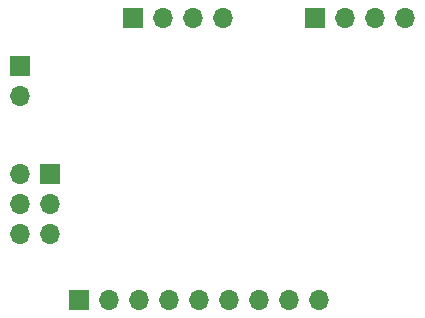
<source format=gbr>
%TF.GenerationSoftware,KiCad,Pcbnew,(6.0.1)*%
%TF.CreationDate,2022-06-05T18:07:15-04:00*%
%TF.ProjectId,PCB Design,50434220-4465-4736-9967-6e2e6b696361,v1*%
%TF.SameCoordinates,Original*%
%TF.FileFunction,Soldermask,Bot*%
%TF.FilePolarity,Negative*%
%FSLAX46Y46*%
G04 Gerber Fmt 4.6, Leading zero omitted, Abs format (unit mm)*
G04 Created by KiCad (PCBNEW (6.0.1)) date 2022-06-05 18:07:15*
%MOMM*%
%LPD*%
G01*
G04 APERTURE LIST*
%ADD10R,1.700000X1.700000*%
%ADD11O,1.700000X1.700000*%
G04 APERTURE END LIST*
D10*
%TO.C,J1*%
X83370000Y-103750000D03*
D11*
X85910000Y-103750000D03*
X88450000Y-103750000D03*
X90990000Y-103750000D03*
%TD*%
D10*
%TO.C,J4*%
X76386900Y-116950000D03*
D11*
X73846900Y-116950000D03*
X76386900Y-119490000D03*
X73846900Y-119490000D03*
X76386900Y-122030000D03*
X73846900Y-122030000D03*
%TD*%
D10*
%TO.C,BT1*%
X73846900Y-107825000D03*
D11*
X73846900Y-110365000D03*
%TD*%
D10*
%TO.C,J2*%
X78850000Y-127650000D03*
D11*
X81390000Y-127650000D03*
X83930000Y-127650000D03*
X86470000Y-127650000D03*
X89010000Y-127650000D03*
X91550000Y-127650000D03*
X94090000Y-127650000D03*
X96630000Y-127650000D03*
X99170000Y-127650000D03*
%TD*%
D10*
%TO.C,J3*%
X98800000Y-103725000D03*
D11*
X101340000Y-103725000D03*
X103880000Y-103725000D03*
X106420000Y-103725000D03*
%TD*%
M02*

</source>
